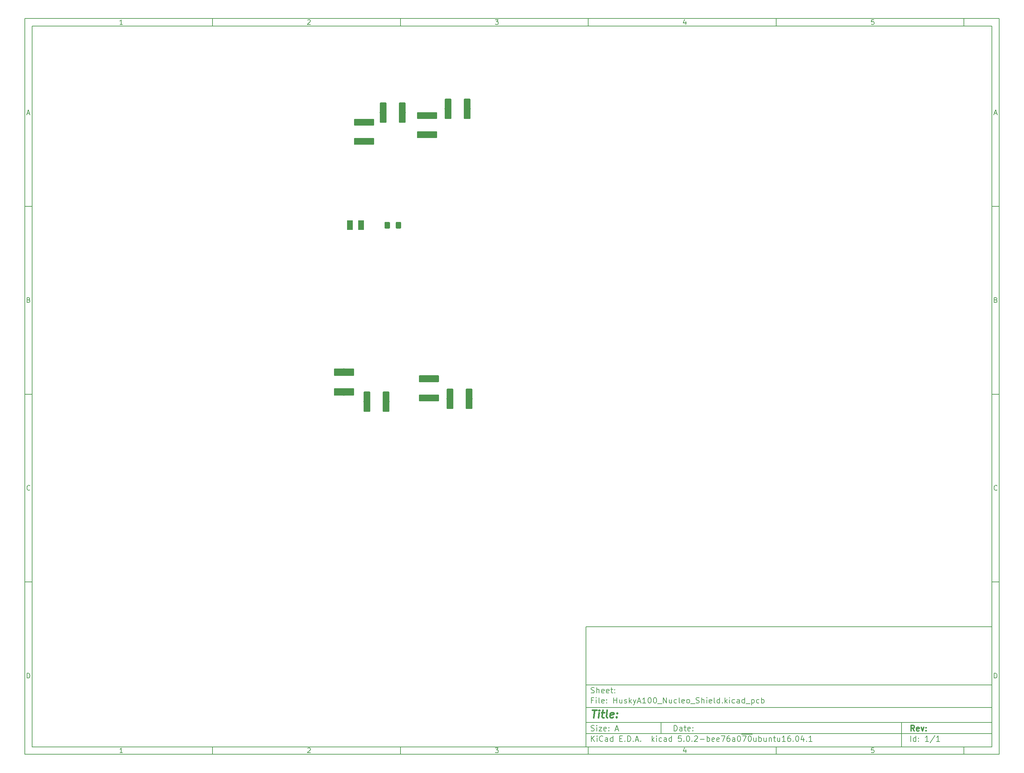
<source format=gbr>
G04 #@! TF.GenerationSoftware,KiCad,Pcbnew,5.0.2-bee76a0~70~ubuntu16.04.1*
G04 #@! TF.CreationDate,2019-02-15T18:52:28-05:00*
G04 #@! TF.ProjectId,HuskyA100_Nucleo_Shield,4875736b-7941-4313-9030-5f4e75636c65,rev?*
G04 #@! TF.SameCoordinates,Original*
G04 #@! TF.FileFunction,Paste,Top*
G04 #@! TF.FilePolarity,Positive*
%FSLAX46Y46*%
G04 Gerber Fmt 4.6, Leading zero omitted, Abs format (unit mm)*
G04 Created by KiCad (PCBNEW 5.0.2-bee76a0~70~ubuntu16.04.1) date Fri 15 Feb 2019 06:52:28 PM EST*
%MOMM*%
%LPD*%
G01*
G04 APERTURE LIST*
%ADD10C,0.100000*%
%ADD11C,0.150000*%
%ADD12C,0.300000*%
%ADD13C,0.400000*%
%ADD14C,1.800000*%
%ADD15R,1.500000X2.600000*%
%ADD16C,1.425000*%
%ADD17C,1.975000*%
G04 APERTURE END LIST*
D10*
D11*
X159400000Y-171900000D02*
X159400000Y-203900000D01*
X267400000Y-203900000D01*
X267400000Y-171900000D01*
X159400000Y-171900000D01*
D10*
D11*
X10000000Y-10000000D02*
X10000000Y-205900000D01*
X269400000Y-205900000D01*
X269400000Y-10000000D01*
X10000000Y-10000000D01*
D10*
D11*
X12000000Y-12000000D02*
X12000000Y-203900000D01*
X267400000Y-203900000D01*
X267400000Y-12000000D01*
X12000000Y-12000000D01*
D10*
D11*
X60000000Y-12000000D02*
X60000000Y-10000000D01*
D10*
D11*
X110000000Y-12000000D02*
X110000000Y-10000000D01*
D10*
D11*
X160000000Y-12000000D02*
X160000000Y-10000000D01*
D10*
D11*
X210000000Y-12000000D02*
X210000000Y-10000000D01*
D10*
D11*
X260000000Y-12000000D02*
X260000000Y-10000000D01*
D10*
D11*
X36065476Y-11588095D02*
X35322619Y-11588095D01*
X35694047Y-11588095D02*
X35694047Y-10288095D01*
X35570238Y-10473809D01*
X35446428Y-10597619D01*
X35322619Y-10659523D01*
D10*
D11*
X85322619Y-10411904D02*
X85384523Y-10350000D01*
X85508333Y-10288095D01*
X85817857Y-10288095D01*
X85941666Y-10350000D01*
X86003571Y-10411904D01*
X86065476Y-10535714D01*
X86065476Y-10659523D01*
X86003571Y-10845238D01*
X85260714Y-11588095D01*
X86065476Y-11588095D01*
D10*
D11*
X135260714Y-10288095D02*
X136065476Y-10288095D01*
X135632142Y-10783333D01*
X135817857Y-10783333D01*
X135941666Y-10845238D01*
X136003571Y-10907142D01*
X136065476Y-11030952D01*
X136065476Y-11340476D01*
X136003571Y-11464285D01*
X135941666Y-11526190D01*
X135817857Y-11588095D01*
X135446428Y-11588095D01*
X135322619Y-11526190D01*
X135260714Y-11464285D01*
D10*
D11*
X185941666Y-10721428D02*
X185941666Y-11588095D01*
X185632142Y-10226190D02*
X185322619Y-11154761D01*
X186127380Y-11154761D01*
D10*
D11*
X236003571Y-10288095D02*
X235384523Y-10288095D01*
X235322619Y-10907142D01*
X235384523Y-10845238D01*
X235508333Y-10783333D01*
X235817857Y-10783333D01*
X235941666Y-10845238D01*
X236003571Y-10907142D01*
X236065476Y-11030952D01*
X236065476Y-11340476D01*
X236003571Y-11464285D01*
X235941666Y-11526190D01*
X235817857Y-11588095D01*
X235508333Y-11588095D01*
X235384523Y-11526190D01*
X235322619Y-11464285D01*
D10*
D11*
X60000000Y-203900000D02*
X60000000Y-205900000D01*
D10*
D11*
X110000000Y-203900000D02*
X110000000Y-205900000D01*
D10*
D11*
X160000000Y-203900000D02*
X160000000Y-205900000D01*
D10*
D11*
X210000000Y-203900000D02*
X210000000Y-205900000D01*
D10*
D11*
X260000000Y-203900000D02*
X260000000Y-205900000D01*
D10*
D11*
X36065476Y-205488095D02*
X35322619Y-205488095D01*
X35694047Y-205488095D02*
X35694047Y-204188095D01*
X35570238Y-204373809D01*
X35446428Y-204497619D01*
X35322619Y-204559523D01*
D10*
D11*
X85322619Y-204311904D02*
X85384523Y-204250000D01*
X85508333Y-204188095D01*
X85817857Y-204188095D01*
X85941666Y-204250000D01*
X86003571Y-204311904D01*
X86065476Y-204435714D01*
X86065476Y-204559523D01*
X86003571Y-204745238D01*
X85260714Y-205488095D01*
X86065476Y-205488095D01*
D10*
D11*
X135260714Y-204188095D02*
X136065476Y-204188095D01*
X135632142Y-204683333D01*
X135817857Y-204683333D01*
X135941666Y-204745238D01*
X136003571Y-204807142D01*
X136065476Y-204930952D01*
X136065476Y-205240476D01*
X136003571Y-205364285D01*
X135941666Y-205426190D01*
X135817857Y-205488095D01*
X135446428Y-205488095D01*
X135322619Y-205426190D01*
X135260714Y-205364285D01*
D10*
D11*
X185941666Y-204621428D02*
X185941666Y-205488095D01*
X185632142Y-204126190D02*
X185322619Y-205054761D01*
X186127380Y-205054761D01*
D10*
D11*
X236003571Y-204188095D02*
X235384523Y-204188095D01*
X235322619Y-204807142D01*
X235384523Y-204745238D01*
X235508333Y-204683333D01*
X235817857Y-204683333D01*
X235941666Y-204745238D01*
X236003571Y-204807142D01*
X236065476Y-204930952D01*
X236065476Y-205240476D01*
X236003571Y-205364285D01*
X235941666Y-205426190D01*
X235817857Y-205488095D01*
X235508333Y-205488095D01*
X235384523Y-205426190D01*
X235322619Y-205364285D01*
D10*
D11*
X10000000Y-60000000D02*
X12000000Y-60000000D01*
D10*
D11*
X10000000Y-110000000D02*
X12000000Y-110000000D01*
D10*
D11*
X10000000Y-160000000D02*
X12000000Y-160000000D01*
D10*
D11*
X10690476Y-35216666D02*
X11309523Y-35216666D01*
X10566666Y-35588095D02*
X11000000Y-34288095D01*
X11433333Y-35588095D01*
D10*
D11*
X11092857Y-84907142D02*
X11278571Y-84969047D01*
X11340476Y-85030952D01*
X11402380Y-85154761D01*
X11402380Y-85340476D01*
X11340476Y-85464285D01*
X11278571Y-85526190D01*
X11154761Y-85588095D01*
X10659523Y-85588095D01*
X10659523Y-84288095D01*
X11092857Y-84288095D01*
X11216666Y-84350000D01*
X11278571Y-84411904D01*
X11340476Y-84535714D01*
X11340476Y-84659523D01*
X11278571Y-84783333D01*
X11216666Y-84845238D01*
X11092857Y-84907142D01*
X10659523Y-84907142D01*
D10*
D11*
X11402380Y-135464285D02*
X11340476Y-135526190D01*
X11154761Y-135588095D01*
X11030952Y-135588095D01*
X10845238Y-135526190D01*
X10721428Y-135402380D01*
X10659523Y-135278571D01*
X10597619Y-135030952D01*
X10597619Y-134845238D01*
X10659523Y-134597619D01*
X10721428Y-134473809D01*
X10845238Y-134350000D01*
X11030952Y-134288095D01*
X11154761Y-134288095D01*
X11340476Y-134350000D01*
X11402380Y-134411904D01*
D10*
D11*
X10659523Y-185588095D02*
X10659523Y-184288095D01*
X10969047Y-184288095D01*
X11154761Y-184350000D01*
X11278571Y-184473809D01*
X11340476Y-184597619D01*
X11402380Y-184845238D01*
X11402380Y-185030952D01*
X11340476Y-185278571D01*
X11278571Y-185402380D01*
X11154761Y-185526190D01*
X10969047Y-185588095D01*
X10659523Y-185588095D01*
D10*
D11*
X269400000Y-60000000D02*
X267400000Y-60000000D01*
D10*
D11*
X269400000Y-110000000D02*
X267400000Y-110000000D01*
D10*
D11*
X269400000Y-160000000D02*
X267400000Y-160000000D01*
D10*
D11*
X268090476Y-35216666D02*
X268709523Y-35216666D01*
X267966666Y-35588095D02*
X268400000Y-34288095D01*
X268833333Y-35588095D01*
D10*
D11*
X268492857Y-84907142D02*
X268678571Y-84969047D01*
X268740476Y-85030952D01*
X268802380Y-85154761D01*
X268802380Y-85340476D01*
X268740476Y-85464285D01*
X268678571Y-85526190D01*
X268554761Y-85588095D01*
X268059523Y-85588095D01*
X268059523Y-84288095D01*
X268492857Y-84288095D01*
X268616666Y-84350000D01*
X268678571Y-84411904D01*
X268740476Y-84535714D01*
X268740476Y-84659523D01*
X268678571Y-84783333D01*
X268616666Y-84845238D01*
X268492857Y-84907142D01*
X268059523Y-84907142D01*
D10*
D11*
X268802380Y-135464285D02*
X268740476Y-135526190D01*
X268554761Y-135588095D01*
X268430952Y-135588095D01*
X268245238Y-135526190D01*
X268121428Y-135402380D01*
X268059523Y-135278571D01*
X267997619Y-135030952D01*
X267997619Y-134845238D01*
X268059523Y-134597619D01*
X268121428Y-134473809D01*
X268245238Y-134350000D01*
X268430952Y-134288095D01*
X268554761Y-134288095D01*
X268740476Y-134350000D01*
X268802380Y-134411904D01*
D10*
D11*
X268059523Y-185588095D02*
X268059523Y-184288095D01*
X268369047Y-184288095D01*
X268554761Y-184350000D01*
X268678571Y-184473809D01*
X268740476Y-184597619D01*
X268802380Y-184845238D01*
X268802380Y-185030952D01*
X268740476Y-185278571D01*
X268678571Y-185402380D01*
X268554761Y-185526190D01*
X268369047Y-185588095D01*
X268059523Y-185588095D01*
D10*
D11*
X182832142Y-199678571D02*
X182832142Y-198178571D01*
X183189285Y-198178571D01*
X183403571Y-198250000D01*
X183546428Y-198392857D01*
X183617857Y-198535714D01*
X183689285Y-198821428D01*
X183689285Y-199035714D01*
X183617857Y-199321428D01*
X183546428Y-199464285D01*
X183403571Y-199607142D01*
X183189285Y-199678571D01*
X182832142Y-199678571D01*
X184975000Y-199678571D02*
X184975000Y-198892857D01*
X184903571Y-198750000D01*
X184760714Y-198678571D01*
X184475000Y-198678571D01*
X184332142Y-198750000D01*
X184975000Y-199607142D02*
X184832142Y-199678571D01*
X184475000Y-199678571D01*
X184332142Y-199607142D01*
X184260714Y-199464285D01*
X184260714Y-199321428D01*
X184332142Y-199178571D01*
X184475000Y-199107142D01*
X184832142Y-199107142D01*
X184975000Y-199035714D01*
X185475000Y-198678571D02*
X186046428Y-198678571D01*
X185689285Y-198178571D02*
X185689285Y-199464285D01*
X185760714Y-199607142D01*
X185903571Y-199678571D01*
X186046428Y-199678571D01*
X187117857Y-199607142D02*
X186975000Y-199678571D01*
X186689285Y-199678571D01*
X186546428Y-199607142D01*
X186475000Y-199464285D01*
X186475000Y-198892857D01*
X186546428Y-198750000D01*
X186689285Y-198678571D01*
X186975000Y-198678571D01*
X187117857Y-198750000D01*
X187189285Y-198892857D01*
X187189285Y-199035714D01*
X186475000Y-199178571D01*
X187832142Y-199535714D02*
X187903571Y-199607142D01*
X187832142Y-199678571D01*
X187760714Y-199607142D01*
X187832142Y-199535714D01*
X187832142Y-199678571D01*
X187832142Y-198750000D02*
X187903571Y-198821428D01*
X187832142Y-198892857D01*
X187760714Y-198821428D01*
X187832142Y-198750000D01*
X187832142Y-198892857D01*
D10*
D11*
X159400000Y-200400000D02*
X267400000Y-200400000D01*
D10*
D11*
X160832142Y-202478571D02*
X160832142Y-200978571D01*
X161689285Y-202478571D02*
X161046428Y-201621428D01*
X161689285Y-200978571D02*
X160832142Y-201835714D01*
X162332142Y-202478571D02*
X162332142Y-201478571D01*
X162332142Y-200978571D02*
X162260714Y-201050000D01*
X162332142Y-201121428D01*
X162403571Y-201050000D01*
X162332142Y-200978571D01*
X162332142Y-201121428D01*
X163903571Y-202335714D02*
X163832142Y-202407142D01*
X163617857Y-202478571D01*
X163475000Y-202478571D01*
X163260714Y-202407142D01*
X163117857Y-202264285D01*
X163046428Y-202121428D01*
X162975000Y-201835714D01*
X162975000Y-201621428D01*
X163046428Y-201335714D01*
X163117857Y-201192857D01*
X163260714Y-201050000D01*
X163475000Y-200978571D01*
X163617857Y-200978571D01*
X163832142Y-201050000D01*
X163903571Y-201121428D01*
X165189285Y-202478571D02*
X165189285Y-201692857D01*
X165117857Y-201550000D01*
X164975000Y-201478571D01*
X164689285Y-201478571D01*
X164546428Y-201550000D01*
X165189285Y-202407142D02*
X165046428Y-202478571D01*
X164689285Y-202478571D01*
X164546428Y-202407142D01*
X164475000Y-202264285D01*
X164475000Y-202121428D01*
X164546428Y-201978571D01*
X164689285Y-201907142D01*
X165046428Y-201907142D01*
X165189285Y-201835714D01*
X166546428Y-202478571D02*
X166546428Y-200978571D01*
X166546428Y-202407142D02*
X166403571Y-202478571D01*
X166117857Y-202478571D01*
X165975000Y-202407142D01*
X165903571Y-202335714D01*
X165832142Y-202192857D01*
X165832142Y-201764285D01*
X165903571Y-201621428D01*
X165975000Y-201550000D01*
X166117857Y-201478571D01*
X166403571Y-201478571D01*
X166546428Y-201550000D01*
X168403571Y-201692857D02*
X168903571Y-201692857D01*
X169117857Y-202478571D02*
X168403571Y-202478571D01*
X168403571Y-200978571D01*
X169117857Y-200978571D01*
X169760714Y-202335714D02*
X169832142Y-202407142D01*
X169760714Y-202478571D01*
X169689285Y-202407142D01*
X169760714Y-202335714D01*
X169760714Y-202478571D01*
X170475000Y-202478571D02*
X170475000Y-200978571D01*
X170832142Y-200978571D01*
X171046428Y-201050000D01*
X171189285Y-201192857D01*
X171260714Y-201335714D01*
X171332142Y-201621428D01*
X171332142Y-201835714D01*
X171260714Y-202121428D01*
X171189285Y-202264285D01*
X171046428Y-202407142D01*
X170832142Y-202478571D01*
X170475000Y-202478571D01*
X171975000Y-202335714D02*
X172046428Y-202407142D01*
X171975000Y-202478571D01*
X171903571Y-202407142D01*
X171975000Y-202335714D01*
X171975000Y-202478571D01*
X172617857Y-202050000D02*
X173332142Y-202050000D01*
X172475000Y-202478571D02*
X172975000Y-200978571D01*
X173475000Y-202478571D01*
X173975000Y-202335714D02*
X174046428Y-202407142D01*
X173975000Y-202478571D01*
X173903571Y-202407142D01*
X173975000Y-202335714D01*
X173975000Y-202478571D01*
X176975000Y-202478571D02*
X176975000Y-200978571D01*
X177117857Y-201907142D02*
X177546428Y-202478571D01*
X177546428Y-201478571D02*
X176975000Y-202050000D01*
X178189285Y-202478571D02*
X178189285Y-201478571D01*
X178189285Y-200978571D02*
X178117857Y-201050000D01*
X178189285Y-201121428D01*
X178260714Y-201050000D01*
X178189285Y-200978571D01*
X178189285Y-201121428D01*
X179546428Y-202407142D02*
X179403571Y-202478571D01*
X179117857Y-202478571D01*
X178975000Y-202407142D01*
X178903571Y-202335714D01*
X178832142Y-202192857D01*
X178832142Y-201764285D01*
X178903571Y-201621428D01*
X178975000Y-201550000D01*
X179117857Y-201478571D01*
X179403571Y-201478571D01*
X179546428Y-201550000D01*
X180832142Y-202478571D02*
X180832142Y-201692857D01*
X180760714Y-201550000D01*
X180617857Y-201478571D01*
X180332142Y-201478571D01*
X180189285Y-201550000D01*
X180832142Y-202407142D02*
X180689285Y-202478571D01*
X180332142Y-202478571D01*
X180189285Y-202407142D01*
X180117857Y-202264285D01*
X180117857Y-202121428D01*
X180189285Y-201978571D01*
X180332142Y-201907142D01*
X180689285Y-201907142D01*
X180832142Y-201835714D01*
X182189285Y-202478571D02*
X182189285Y-200978571D01*
X182189285Y-202407142D02*
X182046428Y-202478571D01*
X181760714Y-202478571D01*
X181617857Y-202407142D01*
X181546428Y-202335714D01*
X181475000Y-202192857D01*
X181475000Y-201764285D01*
X181546428Y-201621428D01*
X181617857Y-201550000D01*
X181760714Y-201478571D01*
X182046428Y-201478571D01*
X182189285Y-201550000D01*
X184760714Y-200978571D02*
X184046428Y-200978571D01*
X183975000Y-201692857D01*
X184046428Y-201621428D01*
X184189285Y-201550000D01*
X184546428Y-201550000D01*
X184689285Y-201621428D01*
X184760714Y-201692857D01*
X184832142Y-201835714D01*
X184832142Y-202192857D01*
X184760714Y-202335714D01*
X184689285Y-202407142D01*
X184546428Y-202478571D01*
X184189285Y-202478571D01*
X184046428Y-202407142D01*
X183975000Y-202335714D01*
X185475000Y-202335714D02*
X185546428Y-202407142D01*
X185475000Y-202478571D01*
X185403571Y-202407142D01*
X185475000Y-202335714D01*
X185475000Y-202478571D01*
X186475000Y-200978571D02*
X186617857Y-200978571D01*
X186760714Y-201050000D01*
X186832142Y-201121428D01*
X186903571Y-201264285D01*
X186975000Y-201550000D01*
X186975000Y-201907142D01*
X186903571Y-202192857D01*
X186832142Y-202335714D01*
X186760714Y-202407142D01*
X186617857Y-202478571D01*
X186475000Y-202478571D01*
X186332142Y-202407142D01*
X186260714Y-202335714D01*
X186189285Y-202192857D01*
X186117857Y-201907142D01*
X186117857Y-201550000D01*
X186189285Y-201264285D01*
X186260714Y-201121428D01*
X186332142Y-201050000D01*
X186475000Y-200978571D01*
X187617857Y-202335714D02*
X187689285Y-202407142D01*
X187617857Y-202478571D01*
X187546428Y-202407142D01*
X187617857Y-202335714D01*
X187617857Y-202478571D01*
X188260714Y-201121428D02*
X188332142Y-201050000D01*
X188475000Y-200978571D01*
X188832142Y-200978571D01*
X188975000Y-201050000D01*
X189046428Y-201121428D01*
X189117857Y-201264285D01*
X189117857Y-201407142D01*
X189046428Y-201621428D01*
X188189285Y-202478571D01*
X189117857Y-202478571D01*
X189760714Y-201907142D02*
X190903571Y-201907142D01*
X191617857Y-202478571D02*
X191617857Y-200978571D01*
X191617857Y-201550000D02*
X191760714Y-201478571D01*
X192046428Y-201478571D01*
X192189285Y-201550000D01*
X192260714Y-201621428D01*
X192332142Y-201764285D01*
X192332142Y-202192857D01*
X192260714Y-202335714D01*
X192189285Y-202407142D01*
X192046428Y-202478571D01*
X191760714Y-202478571D01*
X191617857Y-202407142D01*
X193546428Y-202407142D02*
X193403571Y-202478571D01*
X193117857Y-202478571D01*
X192975000Y-202407142D01*
X192903571Y-202264285D01*
X192903571Y-201692857D01*
X192975000Y-201550000D01*
X193117857Y-201478571D01*
X193403571Y-201478571D01*
X193546428Y-201550000D01*
X193617857Y-201692857D01*
X193617857Y-201835714D01*
X192903571Y-201978571D01*
X194832142Y-202407142D02*
X194689285Y-202478571D01*
X194403571Y-202478571D01*
X194260714Y-202407142D01*
X194189285Y-202264285D01*
X194189285Y-201692857D01*
X194260714Y-201550000D01*
X194403571Y-201478571D01*
X194689285Y-201478571D01*
X194832142Y-201550000D01*
X194903571Y-201692857D01*
X194903571Y-201835714D01*
X194189285Y-201978571D01*
X195403571Y-200978571D02*
X196403571Y-200978571D01*
X195760714Y-202478571D01*
X197617857Y-200978571D02*
X197332142Y-200978571D01*
X197189285Y-201050000D01*
X197117857Y-201121428D01*
X196975000Y-201335714D01*
X196903571Y-201621428D01*
X196903571Y-202192857D01*
X196975000Y-202335714D01*
X197046428Y-202407142D01*
X197189285Y-202478571D01*
X197475000Y-202478571D01*
X197617857Y-202407142D01*
X197689285Y-202335714D01*
X197760714Y-202192857D01*
X197760714Y-201835714D01*
X197689285Y-201692857D01*
X197617857Y-201621428D01*
X197475000Y-201550000D01*
X197189285Y-201550000D01*
X197046428Y-201621428D01*
X196975000Y-201692857D01*
X196903571Y-201835714D01*
X199046428Y-202478571D02*
X199046428Y-201692857D01*
X198975000Y-201550000D01*
X198832142Y-201478571D01*
X198546428Y-201478571D01*
X198403571Y-201550000D01*
X199046428Y-202407142D02*
X198903571Y-202478571D01*
X198546428Y-202478571D01*
X198403571Y-202407142D01*
X198332142Y-202264285D01*
X198332142Y-202121428D01*
X198403571Y-201978571D01*
X198546428Y-201907142D01*
X198903571Y-201907142D01*
X199046428Y-201835714D01*
X200046428Y-200978571D02*
X200189285Y-200978571D01*
X200332142Y-201050000D01*
X200403571Y-201121428D01*
X200475000Y-201264285D01*
X200546428Y-201550000D01*
X200546428Y-201907142D01*
X200475000Y-202192857D01*
X200403571Y-202335714D01*
X200332142Y-202407142D01*
X200189285Y-202478571D01*
X200046428Y-202478571D01*
X199903571Y-202407142D01*
X199832142Y-202335714D01*
X199760714Y-202192857D01*
X199689285Y-201907142D01*
X199689285Y-201550000D01*
X199760714Y-201264285D01*
X199832142Y-201121428D01*
X199903571Y-201050000D01*
X200046428Y-200978571D01*
X200832142Y-200570000D02*
X202260714Y-200570000D01*
X201046428Y-200978571D02*
X202046428Y-200978571D01*
X201403571Y-202478571D01*
X202260714Y-200570000D02*
X203689285Y-200570000D01*
X202903571Y-200978571D02*
X203046428Y-200978571D01*
X203189285Y-201050000D01*
X203260714Y-201121428D01*
X203332142Y-201264285D01*
X203403571Y-201550000D01*
X203403571Y-201907142D01*
X203332142Y-202192857D01*
X203260714Y-202335714D01*
X203189285Y-202407142D01*
X203046428Y-202478571D01*
X202903571Y-202478571D01*
X202760714Y-202407142D01*
X202689285Y-202335714D01*
X202617857Y-202192857D01*
X202546428Y-201907142D01*
X202546428Y-201550000D01*
X202617857Y-201264285D01*
X202689285Y-201121428D01*
X202760714Y-201050000D01*
X202903571Y-200978571D01*
X204689285Y-201478571D02*
X204689285Y-202478571D01*
X204046428Y-201478571D02*
X204046428Y-202264285D01*
X204117857Y-202407142D01*
X204260714Y-202478571D01*
X204475000Y-202478571D01*
X204617857Y-202407142D01*
X204689285Y-202335714D01*
X205403571Y-202478571D02*
X205403571Y-200978571D01*
X205403571Y-201550000D02*
X205546428Y-201478571D01*
X205832142Y-201478571D01*
X205975000Y-201550000D01*
X206046428Y-201621428D01*
X206117857Y-201764285D01*
X206117857Y-202192857D01*
X206046428Y-202335714D01*
X205975000Y-202407142D01*
X205832142Y-202478571D01*
X205546428Y-202478571D01*
X205403571Y-202407142D01*
X207403571Y-201478571D02*
X207403571Y-202478571D01*
X206760714Y-201478571D02*
X206760714Y-202264285D01*
X206832142Y-202407142D01*
X206975000Y-202478571D01*
X207189285Y-202478571D01*
X207332142Y-202407142D01*
X207403571Y-202335714D01*
X208117857Y-201478571D02*
X208117857Y-202478571D01*
X208117857Y-201621428D02*
X208189285Y-201550000D01*
X208332142Y-201478571D01*
X208546428Y-201478571D01*
X208689285Y-201550000D01*
X208760714Y-201692857D01*
X208760714Y-202478571D01*
X209260714Y-201478571D02*
X209832142Y-201478571D01*
X209475000Y-200978571D02*
X209475000Y-202264285D01*
X209546428Y-202407142D01*
X209689285Y-202478571D01*
X209832142Y-202478571D01*
X210975000Y-201478571D02*
X210975000Y-202478571D01*
X210332142Y-201478571D02*
X210332142Y-202264285D01*
X210403571Y-202407142D01*
X210546428Y-202478571D01*
X210760714Y-202478571D01*
X210903571Y-202407142D01*
X210975000Y-202335714D01*
X212475000Y-202478571D02*
X211617857Y-202478571D01*
X212046428Y-202478571D02*
X212046428Y-200978571D01*
X211903571Y-201192857D01*
X211760714Y-201335714D01*
X211617857Y-201407142D01*
X213760714Y-200978571D02*
X213475000Y-200978571D01*
X213332142Y-201050000D01*
X213260714Y-201121428D01*
X213117857Y-201335714D01*
X213046428Y-201621428D01*
X213046428Y-202192857D01*
X213117857Y-202335714D01*
X213189285Y-202407142D01*
X213332142Y-202478571D01*
X213617857Y-202478571D01*
X213760714Y-202407142D01*
X213832142Y-202335714D01*
X213903571Y-202192857D01*
X213903571Y-201835714D01*
X213832142Y-201692857D01*
X213760714Y-201621428D01*
X213617857Y-201550000D01*
X213332142Y-201550000D01*
X213189285Y-201621428D01*
X213117857Y-201692857D01*
X213046428Y-201835714D01*
X214546428Y-202335714D02*
X214617857Y-202407142D01*
X214546428Y-202478571D01*
X214475000Y-202407142D01*
X214546428Y-202335714D01*
X214546428Y-202478571D01*
X215546428Y-200978571D02*
X215689285Y-200978571D01*
X215832142Y-201050000D01*
X215903571Y-201121428D01*
X215975000Y-201264285D01*
X216046428Y-201550000D01*
X216046428Y-201907142D01*
X215975000Y-202192857D01*
X215903571Y-202335714D01*
X215832142Y-202407142D01*
X215689285Y-202478571D01*
X215546428Y-202478571D01*
X215403571Y-202407142D01*
X215332142Y-202335714D01*
X215260714Y-202192857D01*
X215189285Y-201907142D01*
X215189285Y-201550000D01*
X215260714Y-201264285D01*
X215332142Y-201121428D01*
X215403571Y-201050000D01*
X215546428Y-200978571D01*
X217332142Y-201478571D02*
X217332142Y-202478571D01*
X216975000Y-200907142D02*
X216617857Y-201978571D01*
X217546428Y-201978571D01*
X218117857Y-202335714D02*
X218189285Y-202407142D01*
X218117857Y-202478571D01*
X218046428Y-202407142D01*
X218117857Y-202335714D01*
X218117857Y-202478571D01*
X219617857Y-202478571D02*
X218760714Y-202478571D01*
X219189285Y-202478571D02*
X219189285Y-200978571D01*
X219046428Y-201192857D01*
X218903571Y-201335714D01*
X218760714Y-201407142D01*
D10*
D11*
X159400000Y-197400000D02*
X267400000Y-197400000D01*
D10*
D12*
X246809285Y-199678571D02*
X246309285Y-198964285D01*
X245952142Y-199678571D02*
X245952142Y-198178571D01*
X246523571Y-198178571D01*
X246666428Y-198250000D01*
X246737857Y-198321428D01*
X246809285Y-198464285D01*
X246809285Y-198678571D01*
X246737857Y-198821428D01*
X246666428Y-198892857D01*
X246523571Y-198964285D01*
X245952142Y-198964285D01*
X248023571Y-199607142D02*
X247880714Y-199678571D01*
X247595000Y-199678571D01*
X247452142Y-199607142D01*
X247380714Y-199464285D01*
X247380714Y-198892857D01*
X247452142Y-198750000D01*
X247595000Y-198678571D01*
X247880714Y-198678571D01*
X248023571Y-198750000D01*
X248095000Y-198892857D01*
X248095000Y-199035714D01*
X247380714Y-199178571D01*
X248595000Y-198678571D02*
X248952142Y-199678571D01*
X249309285Y-198678571D01*
X249880714Y-199535714D02*
X249952142Y-199607142D01*
X249880714Y-199678571D01*
X249809285Y-199607142D01*
X249880714Y-199535714D01*
X249880714Y-199678571D01*
X249880714Y-198750000D02*
X249952142Y-198821428D01*
X249880714Y-198892857D01*
X249809285Y-198821428D01*
X249880714Y-198750000D01*
X249880714Y-198892857D01*
D10*
D11*
X160760714Y-199607142D02*
X160975000Y-199678571D01*
X161332142Y-199678571D01*
X161475000Y-199607142D01*
X161546428Y-199535714D01*
X161617857Y-199392857D01*
X161617857Y-199250000D01*
X161546428Y-199107142D01*
X161475000Y-199035714D01*
X161332142Y-198964285D01*
X161046428Y-198892857D01*
X160903571Y-198821428D01*
X160832142Y-198750000D01*
X160760714Y-198607142D01*
X160760714Y-198464285D01*
X160832142Y-198321428D01*
X160903571Y-198250000D01*
X161046428Y-198178571D01*
X161403571Y-198178571D01*
X161617857Y-198250000D01*
X162260714Y-199678571D02*
X162260714Y-198678571D01*
X162260714Y-198178571D02*
X162189285Y-198250000D01*
X162260714Y-198321428D01*
X162332142Y-198250000D01*
X162260714Y-198178571D01*
X162260714Y-198321428D01*
X162832142Y-198678571D02*
X163617857Y-198678571D01*
X162832142Y-199678571D01*
X163617857Y-199678571D01*
X164760714Y-199607142D02*
X164617857Y-199678571D01*
X164332142Y-199678571D01*
X164189285Y-199607142D01*
X164117857Y-199464285D01*
X164117857Y-198892857D01*
X164189285Y-198750000D01*
X164332142Y-198678571D01*
X164617857Y-198678571D01*
X164760714Y-198750000D01*
X164832142Y-198892857D01*
X164832142Y-199035714D01*
X164117857Y-199178571D01*
X165475000Y-199535714D02*
X165546428Y-199607142D01*
X165475000Y-199678571D01*
X165403571Y-199607142D01*
X165475000Y-199535714D01*
X165475000Y-199678571D01*
X165475000Y-198750000D02*
X165546428Y-198821428D01*
X165475000Y-198892857D01*
X165403571Y-198821428D01*
X165475000Y-198750000D01*
X165475000Y-198892857D01*
X167260714Y-199250000D02*
X167975000Y-199250000D01*
X167117857Y-199678571D02*
X167617857Y-198178571D01*
X168117857Y-199678571D01*
D10*
D11*
X245832142Y-202478571D02*
X245832142Y-200978571D01*
X247189285Y-202478571D02*
X247189285Y-200978571D01*
X247189285Y-202407142D02*
X247046428Y-202478571D01*
X246760714Y-202478571D01*
X246617857Y-202407142D01*
X246546428Y-202335714D01*
X246475000Y-202192857D01*
X246475000Y-201764285D01*
X246546428Y-201621428D01*
X246617857Y-201550000D01*
X246760714Y-201478571D01*
X247046428Y-201478571D01*
X247189285Y-201550000D01*
X247903571Y-202335714D02*
X247975000Y-202407142D01*
X247903571Y-202478571D01*
X247832142Y-202407142D01*
X247903571Y-202335714D01*
X247903571Y-202478571D01*
X247903571Y-201550000D02*
X247975000Y-201621428D01*
X247903571Y-201692857D01*
X247832142Y-201621428D01*
X247903571Y-201550000D01*
X247903571Y-201692857D01*
X250546428Y-202478571D02*
X249689285Y-202478571D01*
X250117857Y-202478571D02*
X250117857Y-200978571D01*
X249975000Y-201192857D01*
X249832142Y-201335714D01*
X249689285Y-201407142D01*
X252260714Y-200907142D02*
X250975000Y-202835714D01*
X253546428Y-202478571D02*
X252689285Y-202478571D01*
X253117857Y-202478571D02*
X253117857Y-200978571D01*
X252975000Y-201192857D01*
X252832142Y-201335714D01*
X252689285Y-201407142D01*
D10*
D11*
X159400000Y-193400000D02*
X267400000Y-193400000D01*
D10*
D13*
X161112380Y-194104761D02*
X162255238Y-194104761D01*
X161433809Y-196104761D02*
X161683809Y-194104761D01*
X162671904Y-196104761D02*
X162838571Y-194771428D01*
X162921904Y-194104761D02*
X162814761Y-194200000D01*
X162898095Y-194295238D01*
X163005238Y-194200000D01*
X162921904Y-194104761D01*
X162898095Y-194295238D01*
X163505238Y-194771428D02*
X164267142Y-194771428D01*
X163874285Y-194104761D02*
X163660000Y-195819047D01*
X163731428Y-196009523D01*
X163910000Y-196104761D01*
X164100476Y-196104761D01*
X165052857Y-196104761D02*
X164874285Y-196009523D01*
X164802857Y-195819047D01*
X165017142Y-194104761D01*
X166588571Y-196009523D02*
X166386190Y-196104761D01*
X166005238Y-196104761D01*
X165826666Y-196009523D01*
X165755238Y-195819047D01*
X165850476Y-195057142D01*
X165969523Y-194866666D01*
X166171904Y-194771428D01*
X166552857Y-194771428D01*
X166731428Y-194866666D01*
X166802857Y-195057142D01*
X166779047Y-195247619D01*
X165802857Y-195438095D01*
X167552857Y-195914285D02*
X167636190Y-196009523D01*
X167529047Y-196104761D01*
X167445714Y-196009523D01*
X167552857Y-195914285D01*
X167529047Y-196104761D01*
X167683809Y-194866666D02*
X167767142Y-194961904D01*
X167660000Y-195057142D01*
X167576666Y-194961904D01*
X167683809Y-194866666D01*
X167660000Y-195057142D01*
D10*
D11*
X161332142Y-191492857D02*
X160832142Y-191492857D01*
X160832142Y-192278571D02*
X160832142Y-190778571D01*
X161546428Y-190778571D01*
X162117857Y-192278571D02*
X162117857Y-191278571D01*
X162117857Y-190778571D02*
X162046428Y-190850000D01*
X162117857Y-190921428D01*
X162189285Y-190850000D01*
X162117857Y-190778571D01*
X162117857Y-190921428D01*
X163046428Y-192278571D02*
X162903571Y-192207142D01*
X162832142Y-192064285D01*
X162832142Y-190778571D01*
X164189285Y-192207142D02*
X164046428Y-192278571D01*
X163760714Y-192278571D01*
X163617857Y-192207142D01*
X163546428Y-192064285D01*
X163546428Y-191492857D01*
X163617857Y-191350000D01*
X163760714Y-191278571D01*
X164046428Y-191278571D01*
X164189285Y-191350000D01*
X164260714Y-191492857D01*
X164260714Y-191635714D01*
X163546428Y-191778571D01*
X164903571Y-192135714D02*
X164975000Y-192207142D01*
X164903571Y-192278571D01*
X164832142Y-192207142D01*
X164903571Y-192135714D01*
X164903571Y-192278571D01*
X164903571Y-191350000D02*
X164975000Y-191421428D01*
X164903571Y-191492857D01*
X164832142Y-191421428D01*
X164903571Y-191350000D01*
X164903571Y-191492857D01*
X166760714Y-192278571D02*
X166760714Y-190778571D01*
X166760714Y-191492857D02*
X167617857Y-191492857D01*
X167617857Y-192278571D02*
X167617857Y-190778571D01*
X168975000Y-191278571D02*
X168975000Y-192278571D01*
X168332142Y-191278571D02*
X168332142Y-192064285D01*
X168403571Y-192207142D01*
X168546428Y-192278571D01*
X168760714Y-192278571D01*
X168903571Y-192207142D01*
X168975000Y-192135714D01*
X169617857Y-192207142D02*
X169760714Y-192278571D01*
X170046428Y-192278571D01*
X170189285Y-192207142D01*
X170260714Y-192064285D01*
X170260714Y-191992857D01*
X170189285Y-191850000D01*
X170046428Y-191778571D01*
X169832142Y-191778571D01*
X169689285Y-191707142D01*
X169617857Y-191564285D01*
X169617857Y-191492857D01*
X169689285Y-191350000D01*
X169832142Y-191278571D01*
X170046428Y-191278571D01*
X170189285Y-191350000D01*
X170903571Y-192278571D02*
X170903571Y-190778571D01*
X171046428Y-191707142D02*
X171475000Y-192278571D01*
X171475000Y-191278571D02*
X170903571Y-191850000D01*
X171975000Y-191278571D02*
X172332142Y-192278571D01*
X172689285Y-191278571D02*
X172332142Y-192278571D01*
X172189285Y-192635714D01*
X172117857Y-192707142D01*
X171975000Y-192778571D01*
X173189285Y-191850000D02*
X173903571Y-191850000D01*
X173046428Y-192278571D02*
X173546428Y-190778571D01*
X174046428Y-192278571D01*
X175332142Y-192278571D02*
X174475000Y-192278571D01*
X174903571Y-192278571D02*
X174903571Y-190778571D01*
X174760714Y-190992857D01*
X174617857Y-191135714D01*
X174475000Y-191207142D01*
X176260714Y-190778571D02*
X176403571Y-190778571D01*
X176546428Y-190850000D01*
X176617857Y-190921428D01*
X176689285Y-191064285D01*
X176760714Y-191350000D01*
X176760714Y-191707142D01*
X176689285Y-191992857D01*
X176617857Y-192135714D01*
X176546428Y-192207142D01*
X176403571Y-192278571D01*
X176260714Y-192278571D01*
X176117857Y-192207142D01*
X176046428Y-192135714D01*
X175975000Y-191992857D01*
X175903571Y-191707142D01*
X175903571Y-191350000D01*
X175975000Y-191064285D01*
X176046428Y-190921428D01*
X176117857Y-190850000D01*
X176260714Y-190778571D01*
X177689285Y-190778571D02*
X177832142Y-190778571D01*
X177975000Y-190850000D01*
X178046428Y-190921428D01*
X178117857Y-191064285D01*
X178189285Y-191350000D01*
X178189285Y-191707142D01*
X178117857Y-191992857D01*
X178046428Y-192135714D01*
X177975000Y-192207142D01*
X177832142Y-192278571D01*
X177689285Y-192278571D01*
X177546428Y-192207142D01*
X177475000Y-192135714D01*
X177403571Y-191992857D01*
X177332142Y-191707142D01*
X177332142Y-191350000D01*
X177403571Y-191064285D01*
X177475000Y-190921428D01*
X177546428Y-190850000D01*
X177689285Y-190778571D01*
X178475000Y-192421428D02*
X179617857Y-192421428D01*
X179975000Y-192278571D02*
X179975000Y-190778571D01*
X180832142Y-192278571D01*
X180832142Y-190778571D01*
X182189285Y-191278571D02*
X182189285Y-192278571D01*
X181546428Y-191278571D02*
X181546428Y-192064285D01*
X181617857Y-192207142D01*
X181760714Y-192278571D01*
X181975000Y-192278571D01*
X182117857Y-192207142D01*
X182189285Y-192135714D01*
X183546428Y-192207142D02*
X183403571Y-192278571D01*
X183117857Y-192278571D01*
X182975000Y-192207142D01*
X182903571Y-192135714D01*
X182832142Y-191992857D01*
X182832142Y-191564285D01*
X182903571Y-191421428D01*
X182975000Y-191350000D01*
X183117857Y-191278571D01*
X183403571Y-191278571D01*
X183546428Y-191350000D01*
X184403571Y-192278571D02*
X184260714Y-192207142D01*
X184189285Y-192064285D01*
X184189285Y-190778571D01*
X185546428Y-192207142D02*
X185403571Y-192278571D01*
X185117857Y-192278571D01*
X184975000Y-192207142D01*
X184903571Y-192064285D01*
X184903571Y-191492857D01*
X184975000Y-191350000D01*
X185117857Y-191278571D01*
X185403571Y-191278571D01*
X185546428Y-191350000D01*
X185617857Y-191492857D01*
X185617857Y-191635714D01*
X184903571Y-191778571D01*
X186475000Y-192278571D02*
X186332142Y-192207142D01*
X186260714Y-192135714D01*
X186189285Y-191992857D01*
X186189285Y-191564285D01*
X186260714Y-191421428D01*
X186332142Y-191350000D01*
X186475000Y-191278571D01*
X186689285Y-191278571D01*
X186832142Y-191350000D01*
X186903571Y-191421428D01*
X186975000Y-191564285D01*
X186975000Y-191992857D01*
X186903571Y-192135714D01*
X186832142Y-192207142D01*
X186689285Y-192278571D01*
X186475000Y-192278571D01*
X187260714Y-192421428D02*
X188403571Y-192421428D01*
X188689285Y-192207142D02*
X188903571Y-192278571D01*
X189260714Y-192278571D01*
X189403571Y-192207142D01*
X189475000Y-192135714D01*
X189546428Y-191992857D01*
X189546428Y-191850000D01*
X189475000Y-191707142D01*
X189403571Y-191635714D01*
X189260714Y-191564285D01*
X188975000Y-191492857D01*
X188832142Y-191421428D01*
X188760714Y-191350000D01*
X188689285Y-191207142D01*
X188689285Y-191064285D01*
X188760714Y-190921428D01*
X188832142Y-190850000D01*
X188975000Y-190778571D01*
X189332142Y-190778571D01*
X189546428Y-190850000D01*
X190189285Y-192278571D02*
X190189285Y-190778571D01*
X190832142Y-192278571D02*
X190832142Y-191492857D01*
X190760714Y-191350000D01*
X190617857Y-191278571D01*
X190403571Y-191278571D01*
X190260714Y-191350000D01*
X190189285Y-191421428D01*
X191546428Y-192278571D02*
X191546428Y-191278571D01*
X191546428Y-190778571D02*
X191475000Y-190850000D01*
X191546428Y-190921428D01*
X191617857Y-190850000D01*
X191546428Y-190778571D01*
X191546428Y-190921428D01*
X192832142Y-192207142D02*
X192689285Y-192278571D01*
X192403571Y-192278571D01*
X192260714Y-192207142D01*
X192189285Y-192064285D01*
X192189285Y-191492857D01*
X192260714Y-191350000D01*
X192403571Y-191278571D01*
X192689285Y-191278571D01*
X192832142Y-191350000D01*
X192903571Y-191492857D01*
X192903571Y-191635714D01*
X192189285Y-191778571D01*
X193760714Y-192278571D02*
X193617857Y-192207142D01*
X193546428Y-192064285D01*
X193546428Y-190778571D01*
X194975000Y-192278571D02*
X194975000Y-190778571D01*
X194975000Y-192207142D02*
X194832142Y-192278571D01*
X194546428Y-192278571D01*
X194403571Y-192207142D01*
X194332142Y-192135714D01*
X194260714Y-191992857D01*
X194260714Y-191564285D01*
X194332142Y-191421428D01*
X194403571Y-191350000D01*
X194546428Y-191278571D01*
X194832142Y-191278571D01*
X194975000Y-191350000D01*
X195689285Y-192135714D02*
X195760714Y-192207142D01*
X195689285Y-192278571D01*
X195617857Y-192207142D01*
X195689285Y-192135714D01*
X195689285Y-192278571D01*
X196403571Y-192278571D02*
X196403571Y-190778571D01*
X196546428Y-191707142D02*
X196975000Y-192278571D01*
X196975000Y-191278571D02*
X196403571Y-191850000D01*
X197617857Y-192278571D02*
X197617857Y-191278571D01*
X197617857Y-190778571D02*
X197546428Y-190850000D01*
X197617857Y-190921428D01*
X197689285Y-190850000D01*
X197617857Y-190778571D01*
X197617857Y-190921428D01*
X198975000Y-192207142D02*
X198832142Y-192278571D01*
X198546428Y-192278571D01*
X198403571Y-192207142D01*
X198332142Y-192135714D01*
X198260714Y-191992857D01*
X198260714Y-191564285D01*
X198332142Y-191421428D01*
X198403571Y-191350000D01*
X198546428Y-191278571D01*
X198832142Y-191278571D01*
X198975000Y-191350000D01*
X200260714Y-192278571D02*
X200260714Y-191492857D01*
X200189285Y-191350000D01*
X200046428Y-191278571D01*
X199760714Y-191278571D01*
X199617857Y-191350000D01*
X200260714Y-192207142D02*
X200117857Y-192278571D01*
X199760714Y-192278571D01*
X199617857Y-192207142D01*
X199546428Y-192064285D01*
X199546428Y-191921428D01*
X199617857Y-191778571D01*
X199760714Y-191707142D01*
X200117857Y-191707142D01*
X200260714Y-191635714D01*
X201617857Y-192278571D02*
X201617857Y-190778571D01*
X201617857Y-192207142D02*
X201475000Y-192278571D01*
X201189285Y-192278571D01*
X201046428Y-192207142D01*
X200975000Y-192135714D01*
X200903571Y-191992857D01*
X200903571Y-191564285D01*
X200975000Y-191421428D01*
X201046428Y-191350000D01*
X201189285Y-191278571D01*
X201475000Y-191278571D01*
X201617857Y-191350000D01*
X201975000Y-192421428D02*
X203117857Y-192421428D01*
X203475000Y-191278571D02*
X203475000Y-192778571D01*
X203475000Y-191350000D02*
X203617857Y-191278571D01*
X203903571Y-191278571D01*
X204046428Y-191350000D01*
X204117857Y-191421428D01*
X204189285Y-191564285D01*
X204189285Y-191992857D01*
X204117857Y-192135714D01*
X204046428Y-192207142D01*
X203903571Y-192278571D01*
X203617857Y-192278571D01*
X203475000Y-192207142D01*
X205475000Y-192207142D02*
X205332142Y-192278571D01*
X205046428Y-192278571D01*
X204903571Y-192207142D01*
X204832142Y-192135714D01*
X204760714Y-191992857D01*
X204760714Y-191564285D01*
X204832142Y-191421428D01*
X204903571Y-191350000D01*
X205046428Y-191278571D01*
X205332142Y-191278571D01*
X205475000Y-191350000D01*
X206117857Y-192278571D02*
X206117857Y-190778571D01*
X206117857Y-191350000D02*
X206260714Y-191278571D01*
X206546428Y-191278571D01*
X206689285Y-191350000D01*
X206760714Y-191421428D01*
X206832142Y-191564285D01*
X206832142Y-191992857D01*
X206760714Y-192135714D01*
X206689285Y-192207142D01*
X206546428Y-192278571D01*
X206260714Y-192278571D01*
X206117857Y-192207142D01*
D10*
D11*
X159400000Y-187400000D02*
X267400000Y-187400000D01*
D10*
D11*
X160760714Y-189507142D02*
X160975000Y-189578571D01*
X161332142Y-189578571D01*
X161475000Y-189507142D01*
X161546428Y-189435714D01*
X161617857Y-189292857D01*
X161617857Y-189150000D01*
X161546428Y-189007142D01*
X161475000Y-188935714D01*
X161332142Y-188864285D01*
X161046428Y-188792857D01*
X160903571Y-188721428D01*
X160832142Y-188650000D01*
X160760714Y-188507142D01*
X160760714Y-188364285D01*
X160832142Y-188221428D01*
X160903571Y-188150000D01*
X161046428Y-188078571D01*
X161403571Y-188078571D01*
X161617857Y-188150000D01*
X162260714Y-189578571D02*
X162260714Y-188078571D01*
X162903571Y-189578571D02*
X162903571Y-188792857D01*
X162832142Y-188650000D01*
X162689285Y-188578571D01*
X162475000Y-188578571D01*
X162332142Y-188650000D01*
X162260714Y-188721428D01*
X164189285Y-189507142D02*
X164046428Y-189578571D01*
X163760714Y-189578571D01*
X163617857Y-189507142D01*
X163546428Y-189364285D01*
X163546428Y-188792857D01*
X163617857Y-188650000D01*
X163760714Y-188578571D01*
X164046428Y-188578571D01*
X164189285Y-188650000D01*
X164260714Y-188792857D01*
X164260714Y-188935714D01*
X163546428Y-189078571D01*
X165475000Y-189507142D02*
X165332142Y-189578571D01*
X165046428Y-189578571D01*
X164903571Y-189507142D01*
X164832142Y-189364285D01*
X164832142Y-188792857D01*
X164903571Y-188650000D01*
X165046428Y-188578571D01*
X165332142Y-188578571D01*
X165475000Y-188650000D01*
X165546428Y-188792857D01*
X165546428Y-188935714D01*
X164832142Y-189078571D01*
X165975000Y-188578571D02*
X166546428Y-188578571D01*
X166189285Y-188078571D02*
X166189285Y-189364285D01*
X166260714Y-189507142D01*
X166403571Y-189578571D01*
X166546428Y-189578571D01*
X167046428Y-189435714D02*
X167117857Y-189507142D01*
X167046428Y-189578571D01*
X166975000Y-189507142D01*
X167046428Y-189435714D01*
X167046428Y-189578571D01*
X167046428Y-188650000D02*
X167117857Y-188721428D01*
X167046428Y-188792857D01*
X166975000Y-188721428D01*
X167046428Y-188650000D01*
X167046428Y-188792857D01*
D10*
D11*
X179400000Y-197400000D02*
X179400000Y-200400000D01*
D10*
D11*
X243400000Y-197400000D02*
X243400000Y-203900000D01*
D10*
G04 #@! TO.C,C1*
G36*
X106084324Y-32353205D02*
X106108612Y-32356808D01*
X106132429Y-32362774D01*
X106155547Y-32371045D01*
X106177743Y-32381543D01*
X106198804Y-32394166D01*
X106218525Y-32408793D01*
X106236718Y-32425282D01*
X106253207Y-32443475D01*
X106267834Y-32463196D01*
X106280457Y-32484257D01*
X106290955Y-32506453D01*
X106299226Y-32529571D01*
X106305192Y-32553388D01*
X106308795Y-32577676D01*
X106310000Y-32602200D01*
X106310000Y-37501800D01*
X106308795Y-37526324D01*
X106305192Y-37550612D01*
X106299226Y-37574429D01*
X106290955Y-37597547D01*
X106280457Y-37619743D01*
X106267834Y-37640804D01*
X106253207Y-37660525D01*
X106236718Y-37678718D01*
X106218525Y-37695207D01*
X106198804Y-37709834D01*
X106177743Y-37722457D01*
X106155547Y-37732955D01*
X106132429Y-37741226D01*
X106108612Y-37747192D01*
X106084324Y-37750795D01*
X106059800Y-37752000D01*
X104760200Y-37752000D01*
X104735676Y-37750795D01*
X104711388Y-37747192D01*
X104687571Y-37741226D01*
X104664453Y-37732955D01*
X104642257Y-37722457D01*
X104621196Y-37709834D01*
X104601475Y-37695207D01*
X104583282Y-37678718D01*
X104566793Y-37660525D01*
X104552166Y-37640804D01*
X104539543Y-37619743D01*
X104529045Y-37597547D01*
X104520774Y-37574429D01*
X104514808Y-37550612D01*
X104511205Y-37526324D01*
X104510000Y-37501800D01*
X104510000Y-32602200D01*
X104511205Y-32577676D01*
X104514808Y-32553388D01*
X104520774Y-32529571D01*
X104529045Y-32506453D01*
X104539543Y-32484257D01*
X104552166Y-32463196D01*
X104566793Y-32443475D01*
X104583282Y-32425282D01*
X104601475Y-32408793D01*
X104621196Y-32394166D01*
X104642257Y-32381543D01*
X104664453Y-32371045D01*
X104687571Y-32362774D01*
X104711388Y-32356808D01*
X104735676Y-32353205D01*
X104760200Y-32352000D01*
X106059800Y-32352000D01*
X106084324Y-32353205D01*
X106084324Y-32353205D01*
G37*
D14*
X105410000Y-35052000D03*
D10*
G36*
X111184324Y-32353205D02*
X111208612Y-32356808D01*
X111232429Y-32362774D01*
X111255547Y-32371045D01*
X111277743Y-32381543D01*
X111298804Y-32394166D01*
X111318525Y-32408793D01*
X111336718Y-32425282D01*
X111353207Y-32443475D01*
X111367834Y-32463196D01*
X111380457Y-32484257D01*
X111390955Y-32506453D01*
X111399226Y-32529571D01*
X111405192Y-32553388D01*
X111408795Y-32577676D01*
X111410000Y-32602200D01*
X111410000Y-37501800D01*
X111408795Y-37526324D01*
X111405192Y-37550612D01*
X111399226Y-37574429D01*
X111390955Y-37597547D01*
X111380457Y-37619743D01*
X111367834Y-37640804D01*
X111353207Y-37660525D01*
X111336718Y-37678718D01*
X111318525Y-37695207D01*
X111298804Y-37709834D01*
X111277743Y-37722457D01*
X111255547Y-37732955D01*
X111232429Y-37741226D01*
X111208612Y-37747192D01*
X111184324Y-37750795D01*
X111159800Y-37752000D01*
X109860200Y-37752000D01*
X109835676Y-37750795D01*
X109811388Y-37747192D01*
X109787571Y-37741226D01*
X109764453Y-37732955D01*
X109742257Y-37722457D01*
X109721196Y-37709834D01*
X109701475Y-37695207D01*
X109683282Y-37678718D01*
X109666793Y-37660525D01*
X109652166Y-37640804D01*
X109639543Y-37619743D01*
X109629045Y-37597547D01*
X109620774Y-37574429D01*
X109614808Y-37550612D01*
X109611205Y-37526324D01*
X109610000Y-37501800D01*
X109610000Y-32602200D01*
X109611205Y-32577676D01*
X109614808Y-32553388D01*
X109620774Y-32529571D01*
X109629045Y-32506453D01*
X109639543Y-32484257D01*
X109652166Y-32463196D01*
X109666793Y-32443475D01*
X109683282Y-32425282D01*
X109701475Y-32408793D01*
X109721196Y-32394166D01*
X109742257Y-32381543D01*
X109764453Y-32371045D01*
X109787571Y-32362774D01*
X109811388Y-32356808D01*
X109835676Y-32353205D01*
X109860200Y-32352000D01*
X111159800Y-32352000D01*
X111184324Y-32353205D01*
X111184324Y-32353205D01*
G37*
D14*
X110510000Y-35052000D03*
G04 #@! TD*
D10*
G04 #@! TO.C,C3*
G36*
X119568504Y-34915204D02*
X119592773Y-34918804D01*
X119616571Y-34924765D01*
X119639671Y-34933030D01*
X119661849Y-34943520D01*
X119682893Y-34956133D01*
X119702598Y-34970747D01*
X119720777Y-34987223D01*
X119737253Y-35005402D01*
X119751867Y-35025107D01*
X119764480Y-35046151D01*
X119774970Y-35068329D01*
X119783235Y-35091429D01*
X119789196Y-35115227D01*
X119792796Y-35139496D01*
X119794000Y-35164000D01*
X119794000Y-36464000D01*
X119792796Y-36488504D01*
X119789196Y-36512773D01*
X119783235Y-36536571D01*
X119774970Y-36559671D01*
X119764480Y-36581849D01*
X119751867Y-36602893D01*
X119737253Y-36622598D01*
X119720777Y-36640777D01*
X119702598Y-36657253D01*
X119682893Y-36671867D01*
X119661849Y-36684480D01*
X119639671Y-36694970D01*
X119616571Y-36703235D01*
X119592773Y-36709196D01*
X119568504Y-36712796D01*
X119544000Y-36714000D01*
X114644000Y-36714000D01*
X114619496Y-36712796D01*
X114595227Y-36709196D01*
X114571429Y-36703235D01*
X114548329Y-36694970D01*
X114526151Y-36684480D01*
X114505107Y-36671867D01*
X114485402Y-36657253D01*
X114467223Y-36640777D01*
X114450747Y-36622598D01*
X114436133Y-36602893D01*
X114423520Y-36581849D01*
X114413030Y-36559671D01*
X114404765Y-36536571D01*
X114398804Y-36512773D01*
X114395204Y-36488504D01*
X114394000Y-36464000D01*
X114394000Y-35164000D01*
X114395204Y-35139496D01*
X114398804Y-35115227D01*
X114404765Y-35091429D01*
X114413030Y-35068329D01*
X114423520Y-35046151D01*
X114436133Y-35025107D01*
X114450747Y-35005402D01*
X114467223Y-34987223D01*
X114485402Y-34970747D01*
X114505107Y-34956133D01*
X114526151Y-34943520D01*
X114548329Y-34933030D01*
X114571429Y-34924765D01*
X114595227Y-34918804D01*
X114619496Y-34915204D01*
X114644000Y-34914000D01*
X119544000Y-34914000D01*
X119568504Y-34915204D01*
X119568504Y-34915204D01*
G37*
D14*
X117094000Y-35814000D03*
D10*
G36*
X119568504Y-40015204D02*
X119592773Y-40018804D01*
X119616571Y-40024765D01*
X119639671Y-40033030D01*
X119661849Y-40043520D01*
X119682893Y-40056133D01*
X119702598Y-40070747D01*
X119720777Y-40087223D01*
X119737253Y-40105402D01*
X119751867Y-40125107D01*
X119764480Y-40146151D01*
X119774970Y-40168329D01*
X119783235Y-40191429D01*
X119789196Y-40215227D01*
X119792796Y-40239496D01*
X119794000Y-40264000D01*
X119794000Y-41564000D01*
X119792796Y-41588504D01*
X119789196Y-41612773D01*
X119783235Y-41636571D01*
X119774970Y-41659671D01*
X119764480Y-41681849D01*
X119751867Y-41702893D01*
X119737253Y-41722598D01*
X119720777Y-41740777D01*
X119702598Y-41757253D01*
X119682893Y-41771867D01*
X119661849Y-41784480D01*
X119639671Y-41794970D01*
X119616571Y-41803235D01*
X119592773Y-41809196D01*
X119568504Y-41812796D01*
X119544000Y-41814000D01*
X114644000Y-41814000D01*
X114619496Y-41812796D01*
X114595227Y-41809196D01*
X114571429Y-41803235D01*
X114548329Y-41794970D01*
X114526151Y-41784480D01*
X114505107Y-41771867D01*
X114485402Y-41757253D01*
X114467223Y-41740777D01*
X114450747Y-41722598D01*
X114436133Y-41702893D01*
X114423520Y-41681849D01*
X114413030Y-41659671D01*
X114404765Y-41636571D01*
X114398804Y-41612773D01*
X114395204Y-41588504D01*
X114394000Y-41564000D01*
X114394000Y-40264000D01*
X114395204Y-40239496D01*
X114398804Y-40215227D01*
X114404765Y-40191429D01*
X114413030Y-40168329D01*
X114423520Y-40146151D01*
X114436133Y-40125107D01*
X114450747Y-40105402D01*
X114467223Y-40087223D01*
X114485402Y-40070747D01*
X114505107Y-40056133D01*
X114526151Y-40043520D01*
X114548329Y-40033030D01*
X114571429Y-40024765D01*
X114595227Y-40018804D01*
X114619496Y-40015204D01*
X114644000Y-40014000D01*
X119544000Y-40014000D01*
X119568504Y-40015204D01*
X119568504Y-40015204D01*
G37*
D14*
X117094000Y-40914000D03*
G04 #@! TD*
D10*
G04 #@! TO.C,C4*
G36*
X128964324Y-108553205D02*
X128988612Y-108556808D01*
X129012429Y-108562774D01*
X129035547Y-108571045D01*
X129057743Y-108581543D01*
X129078804Y-108594166D01*
X129098525Y-108608793D01*
X129116718Y-108625282D01*
X129133207Y-108643475D01*
X129147834Y-108663196D01*
X129160457Y-108684257D01*
X129170955Y-108706453D01*
X129179226Y-108729571D01*
X129185192Y-108753388D01*
X129188795Y-108777676D01*
X129190000Y-108802200D01*
X129190000Y-113701800D01*
X129188795Y-113726324D01*
X129185192Y-113750612D01*
X129179226Y-113774429D01*
X129170955Y-113797547D01*
X129160457Y-113819743D01*
X129147834Y-113840804D01*
X129133207Y-113860525D01*
X129116718Y-113878718D01*
X129098525Y-113895207D01*
X129078804Y-113909834D01*
X129057743Y-113922457D01*
X129035547Y-113932955D01*
X129012429Y-113941226D01*
X128988612Y-113947192D01*
X128964324Y-113950795D01*
X128939800Y-113952000D01*
X127640200Y-113952000D01*
X127615676Y-113950795D01*
X127591388Y-113947192D01*
X127567571Y-113941226D01*
X127544453Y-113932955D01*
X127522257Y-113922457D01*
X127501196Y-113909834D01*
X127481475Y-113895207D01*
X127463282Y-113878718D01*
X127446793Y-113860525D01*
X127432166Y-113840804D01*
X127419543Y-113819743D01*
X127409045Y-113797547D01*
X127400774Y-113774429D01*
X127394808Y-113750612D01*
X127391205Y-113726324D01*
X127390000Y-113701800D01*
X127390000Y-108802200D01*
X127391205Y-108777676D01*
X127394808Y-108753388D01*
X127400774Y-108729571D01*
X127409045Y-108706453D01*
X127419543Y-108684257D01*
X127432166Y-108663196D01*
X127446793Y-108643475D01*
X127463282Y-108625282D01*
X127481475Y-108608793D01*
X127501196Y-108594166D01*
X127522257Y-108581543D01*
X127544453Y-108571045D01*
X127567571Y-108562774D01*
X127591388Y-108556808D01*
X127615676Y-108553205D01*
X127640200Y-108552000D01*
X128939800Y-108552000D01*
X128964324Y-108553205D01*
X128964324Y-108553205D01*
G37*
D14*
X128290000Y-111252000D03*
D10*
G36*
X123864324Y-108553205D02*
X123888612Y-108556808D01*
X123912429Y-108562774D01*
X123935547Y-108571045D01*
X123957743Y-108581543D01*
X123978804Y-108594166D01*
X123998525Y-108608793D01*
X124016718Y-108625282D01*
X124033207Y-108643475D01*
X124047834Y-108663196D01*
X124060457Y-108684257D01*
X124070955Y-108706453D01*
X124079226Y-108729571D01*
X124085192Y-108753388D01*
X124088795Y-108777676D01*
X124090000Y-108802200D01*
X124090000Y-113701800D01*
X124088795Y-113726324D01*
X124085192Y-113750612D01*
X124079226Y-113774429D01*
X124070955Y-113797547D01*
X124060457Y-113819743D01*
X124047834Y-113840804D01*
X124033207Y-113860525D01*
X124016718Y-113878718D01*
X123998525Y-113895207D01*
X123978804Y-113909834D01*
X123957743Y-113922457D01*
X123935547Y-113932955D01*
X123912429Y-113941226D01*
X123888612Y-113947192D01*
X123864324Y-113950795D01*
X123839800Y-113952000D01*
X122540200Y-113952000D01*
X122515676Y-113950795D01*
X122491388Y-113947192D01*
X122467571Y-113941226D01*
X122444453Y-113932955D01*
X122422257Y-113922457D01*
X122401196Y-113909834D01*
X122381475Y-113895207D01*
X122363282Y-113878718D01*
X122346793Y-113860525D01*
X122332166Y-113840804D01*
X122319543Y-113819743D01*
X122309045Y-113797547D01*
X122300774Y-113774429D01*
X122294808Y-113750612D01*
X122291205Y-113726324D01*
X122290000Y-113701800D01*
X122290000Y-108802200D01*
X122291205Y-108777676D01*
X122294808Y-108753388D01*
X122300774Y-108729571D01*
X122309045Y-108706453D01*
X122319543Y-108684257D01*
X122332166Y-108663196D01*
X122346793Y-108643475D01*
X122363282Y-108625282D01*
X122381475Y-108608793D01*
X122401196Y-108594166D01*
X122422257Y-108581543D01*
X122444453Y-108571045D01*
X122467571Y-108562774D01*
X122491388Y-108556808D01*
X122515676Y-108553205D01*
X122540200Y-108552000D01*
X123839800Y-108552000D01*
X123864324Y-108553205D01*
X123864324Y-108553205D01*
G37*
D14*
X123190000Y-111252000D03*
G04 #@! TD*
D10*
G04 #@! TO.C,C5*
G36*
X101766324Y-109315205D02*
X101790612Y-109318808D01*
X101814429Y-109324774D01*
X101837547Y-109333045D01*
X101859743Y-109343543D01*
X101880804Y-109356166D01*
X101900525Y-109370793D01*
X101918718Y-109387282D01*
X101935207Y-109405475D01*
X101949834Y-109425196D01*
X101962457Y-109446257D01*
X101972955Y-109468453D01*
X101981226Y-109491571D01*
X101987192Y-109515388D01*
X101990795Y-109539676D01*
X101992000Y-109564200D01*
X101992000Y-114463800D01*
X101990795Y-114488324D01*
X101987192Y-114512612D01*
X101981226Y-114536429D01*
X101972955Y-114559547D01*
X101962457Y-114581743D01*
X101949834Y-114602804D01*
X101935207Y-114622525D01*
X101918718Y-114640718D01*
X101900525Y-114657207D01*
X101880804Y-114671834D01*
X101859743Y-114684457D01*
X101837547Y-114694955D01*
X101814429Y-114703226D01*
X101790612Y-114709192D01*
X101766324Y-114712795D01*
X101741800Y-114714000D01*
X100442200Y-114714000D01*
X100417676Y-114712795D01*
X100393388Y-114709192D01*
X100369571Y-114703226D01*
X100346453Y-114694955D01*
X100324257Y-114684457D01*
X100303196Y-114671834D01*
X100283475Y-114657207D01*
X100265282Y-114640718D01*
X100248793Y-114622525D01*
X100234166Y-114602804D01*
X100221543Y-114581743D01*
X100211045Y-114559547D01*
X100202774Y-114536429D01*
X100196808Y-114512612D01*
X100193205Y-114488324D01*
X100192000Y-114463800D01*
X100192000Y-109564200D01*
X100193205Y-109539676D01*
X100196808Y-109515388D01*
X100202774Y-109491571D01*
X100211045Y-109468453D01*
X100221543Y-109446257D01*
X100234166Y-109425196D01*
X100248793Y-109405475D01*
X100265282Y-109387282D01*
X100283475Y-109370793D01*
X100303196Y-109356166D01*
X100324257Y-109343543D01*
X100346453Y-109333045D01*
X100369571Y-109324774D01*
X100393388Y-109318808D01*
X100417676Y-109315205D01*
X100442200Y-109314000D01*
X101741800Y-109314000D01*
X101766324Y-109315205D01*
X101766324Y-109315205D01*
G37*
D14*
X101092000Y-112014000D03*
D10*
G36*
X106866324Y-109315205D02*
X106890612Y-109318808D01*
X106914429Y-109324774D01*
X106937547Y-109333045D01*
X106959743Y-109343543D01*
X106980804Y-109356166D01*
X107000525Y-109370793D01*
X107018718Y-109387282D01*
X107035207Y-109405475D01*
X107049834Y-109425196D01*
X107062457Y-109446257D01*
X107072955Y-109468453D01*
X107081226Y-109491571D01*
X107087192Y-109515388D01*
X107090795Y-109539676D01*
X107092000Y-109564200D01*
X107092000Y-114463800D01*
X107090795Y-114488324D01*
X107087192Y-114512612D01*
X107081226Y-114536429D01*
X107072955Y-114559547D01*
X107062457Y-114581743D01*
X107049834Y-114602804D01*
X107035207Y-114622525D01*
X107018718Y-114640718D01*
X107000525Y-114657207D01*
X106980804Y-114671834D01*
X106959743Y-114684457D01*
X106937547Y-114694955D01*
X106914429Y-114703226D01*
X106890612Y-114709192D01*
X106866324Y-114712795D01*
X106841800Y-114714000D01*
X105542200Y-114714000D01*
X105517676Y-114712795D01*
X105493388Y-114709192D01*
X105469571Y-114703226D01*
X105446453Y-114694955D01*
X105424257Y-114684457D01*
X105403196Y-114671834D01*
X105383475Y-114657207D01*
X105365282Y-114640718D01*
X105348793Y-114622525D01*
X105334166Y-114602804D01*
X105321543Y-114581743D01*
X105311045Y-114559547D01*
X105302774Y-114536429D01*
X105296808Y-114512612D01*
X105293205Y-114488324D01*
X105292000Y-114463800D01*
X105292000Y-109564200D01*
X105293205Y-109539676D01*
X105296808Y-109515388D01*
X105302774Y-109491571D01*
X105311045Y-109468453D01*
X105321543Y-109446257D01*
X105334166Y-109425196D01*
X105348793Y-109405475D01*
X105365282Y-109387282D01*
X105383475Y-109370793D01*
X105403196Y-109356166D01*
X105424257Y-109343543D01*
X105446453Y-109333045D01*
X105469571Y-109324774D01*
X105493388Y-109318808D01*
X105517676Y-109315205D01*
X105542200Y-109314000D01*
X106841800Y-109314000D01*
X106866324Y-109315205D01*
X106866324Y-109315205D01*
G37*
D14*
X106192000Y-112014000D03*
G04 #@! TD*
D10*
G04 #@! TO.C,C6*
G36*
X102804324Y-41793205D02*
X102828612Y-41796808D01*
X102852429Y-41802774D01*
X102875547Y-41811045D01*
X102897743Y-41821543D01*
X102918804Y-41834166D01*
X102938525Y-41848793D01*
X102956718Y-41865282D01*
X102973207Y-41883475D01*
X102987834Y-41903196D01*
X103000457Y-41924257D01*
X103010955Y-41946453D01*
X103019226Y-41969571D01*
X103025192Y-41993388D01*
X103028795Y-42017676D01*
X103030000Y-42042200D01*
X103030000Y-43341800D01*
X103028795Y-43366324D01*
X103025192Y-43390612D01*
X103019226Y-43414429D01*
X103010955Y-43437547D01*
X103000457Y-43459743D01*
X102987834Y-43480804D01*
X102973207Y-43500525D01*
X102956718Y-43518718D01*
X102938525Y-43535207D01*
X102918804Y-43549834D01*
X102897743Y-43562457D01*
X102875547Y-43572955D01*
X102852429Y-43581226D01*
X102828612Y-43587192D01*
X102804324Y-43590795D01*
X102779800Y-43592000D01*
X97880200Y-43592000D01*
X97855676Y-43590795D01*
X97831388Y-43587192D01*
X97807571Y-43581226D01*
X97784453Y-43572955D01*
X97762257Y-43562457D01*
X97741196Y-43549834D01*
X97721475Y-43535207D01*
X97703282Y-43518718D01*
X97686793Y-43500525D01*
X97672166Y-43480804D01*
X97659543Y-43459743D01*
X97649045Y-43437547D01*
X97640774Y-43414429D01*
X97634808Y-43390612D01*
X97631205Y-43366324D01*
X97630000Y-43341800D01*
X97630000Y-42042200D01*
X97631205Y-42017676D01*
X97634808Y-41993388D01*
X97640774Y-41969571D01*
X97649045Y-41946453D01*
X97659543Y-41924257D01*
X97672166Y-41903196D01*
X97686793Y-41883475D01*
X97703282Y-41865282D01*
X97721475Y-41848793D01*
X97741196Y-41834166D01*
X97762257Y-41821543D01*
X97784453Y-41811045D01*
X97807571Y-41802774D01*
X97831388Y-41796808D01*
X97855676Y-41793205D01*
X97880200Y-41792000D01*
X102779800Y-41792000D01*
X102804324Y-41793205D01*
X102804324Y-41793205D01*
G37*
D14*
X100330000Y-42692000D03*
D10*
G36*
X102804324Y-36693205D02*
X102828612Y-36696808D01*
X102852429Y-36702774D01*
X102875547Y-36711045D01*
X102897743Y-36721543D01*
X102918804Y-36734166D01*
X102938525Y-36748793D01*
X102956718Y-36765282D01*
X102973207Y-36783475D01*
X102987834Y-36803196D01*
X103000457Y-36824257D01*
X103010955Y-36846453D01*
X103019226Y-36869571D01*
X103025192Y-36893388D01*
X103028795Y-36917676D01*
X103030000Y-36942200D01*
X103030000Y-38241800D01*
X103028795Y-38266324D01*
X103025192Y-38290612D01*
X103019226Y-38314429D01*
X103010955Y-38337547D01*
X103000457Y-38359743D01*
X102987834Y-38380804D01*
X102973207Y-38400525D01*
X102956718Y-38418718D01*
X102938525Y-38435207D01*
X102918804Y-38449834D01*
X102897743Y-38462457D01*
X102875547Y-38472955D01*
X102852429Y-38481226D01*
X102828612Y-38487192D01*
X102804324Y-38490795D01*
X102779800Y-38492000D01*
X97880200Y-38492000D01*
X97855676Y-38490795D01*
X97831388Y-38487192D01*
X97807571Y-38481226D01*
X97784453Y-38472955D01*
X97762257Y-38462457D01*
X97741196Y-38449834D01*
X97721475Y-38435207D01*
X97703282Y-38418718D01*
X97686793Y-38400525D01*
X97672166Y-38380804D01*
X97659543Y-38359743D01*
X97649045Y-38337547D01*
X97640774Y-38314429D01*
X97634808Y-38290612D01*
X97631205Y-38266324D01*
X97630000Y-38241800D01*
X97630000Y-36942200D01*
X97631205Y-36917676D01*
X97634808Y-36893388D01*
X97640774Y-36869571D01*
X97649045Y-36846453D01*
X97659543Y-36824257D01*
X97672166Y-36803196D01*
X97686793Y-36783475D01*
X97703282Y-36765282D01*
X97721475Y-36748793D01*
X97741196Y-36734166D01*
X97762257Y-36721543D01*
X97784453Y-36711045D01*
X97807571Y-36702774D01*
X97831388Y-36696808D01*
X97855676Y-36693205D01*
X97880200Y-36692000D01*
X102779800Y-36692000D01*
X102804324Y-36693205D01*
X102804324Y-36693205D01*
G37*
D14*
X100330000Y-37592000D03*
G04 #@! TD*
D10*
G04 #@! TO.C,C7*
G36*
X120076324Y-110099205D02*
X120100612Y-110102808D01*
X120124429Y-110108774D01*
X120147547Y-110117045D01*
X120169743Y-110127543D01*
X120190804Y-110140166D01*
X120210525Y-110154793D01*
X120228718Y-110171282D01*
X120245207Y-110189475D01*
X120259834Y-110209196D01*
X120272457Y-110230257D01*
X120282955Y-110252453D01*
X120291226Y-110275571D01*
X120297192Y-110299388D01*
X120300795Y-110323676D01*
X120302000Y-110348200D01*
X120302000Y-111647800D01*
X120300795Y-111672324D01*
X120297192Y-111696612D01*
X120291226Y-111720429D01*
X120282955Y-111743547D01*
X120272457Y-111765743D01*
X120259834Y-111786804D01*
X120245207Y-111806525D01*
X120228718Y-111824718D01*
X120210525Y-111841207D01*
X120190804Y-111855834D01*
X120169743Y-111868457D01*
X120147547Y-111878955D01*
X120124429Y-111887226D01*
X120100612Y-111893192D01*
X120076324Y-111896795D01*
X120051800Y-111898000D01*
X115152200Y-111898000D01*
X115127676Y-111896795D01*
X115103388Y-111893192D01*
X115079571Y-111887226D01*
X115056453Y-111878955D01*
X115034257Y-111868457D01*
X115013196Y-111855834D01*
X114993475Y-111841207D01*
X114975282Y-111824718D01*
X114958793Y-111806525D01*
X114944166Y-111786804D01*
X114931543Y-111765743D01*
X114921045Y-111743547D01*
X114912774Y-111720429D01*
X114906808Y-111696612D01*
X114903205Y-111672324D01*
X114902000Y-111647800D01*
X114902000Y-110348200D01*
X114903205Y-110323676D01*
X114906808Y-110299388D01*
X114912774Y-110275571D01*
X114921045Y-110252453D01*
X114931543Y-110230257D01*
X114944166Y-110209196D01*
X114958793Y-110189475D01*
X114975282Y-110171282D01*
X114993475Y-110154793D01*
X115013196Y-110140166D01*
X115034257Y-110127543D01*
X115056453Y-110117045D01*
X115079571Y-110108774D01*
X115103388Y-110102808D01*
X115127676Y-110099205D01*
X115152200Y-110098000D01*
X120051800Y-110098000D01*
X120076324Y-110099205D01*
X120076324Y-110099205D01*
G37*
D14*
X117602000Y-110998000D03*
D10*
G36*
X120076324Y-104999205D02*
X120100612Y-105002808D01*
X120124429Y-105008774D01*
X120147547Y-105017045D01*
X120169743Y-105027543D01*
X120190804Y-105040166D01*
X120210525Y-105054793D01*
X120228718Y-105071282D01*
X120245207Y-105089475D01*
X120259834Y-105109196D01*
X120272457Y-105130257D01*
X120282955Y-105152453D01*
X120291226Y-105175571D01*
X120297192Y-105199388D01*
X120300795Y-105223676D01*
X120302000Y-105248200D01*
X120302000Y-106547800D01*
X120300795Y-106572324D01*
X120297192Y-106596612D01*
X120291226Y-106620429D01*
X120282955Y-106643547D01*
X120272457Y-106665743D01*
X120259834Y-106686804D01*
X120245207Y-106706525D01*
X120228718Y-106724718D01*
X120210525Y-106741207D01*
X120190804Y-106755834D01*
X120169743Y-106768457D01*
X120147547Y-106778955D01*
X120124429Y-106787226D01*
X120100612Y-106793192D01*
X120076324Y-106796795D01*
X120051800Y-106798000D01*
X115152200Y-106798000D01*
X115127676Y-106796795D01*
X115103388Y-106793192D01*
X115079571Y-106787226D01*
X115056453Y-106778955D01*
X115034257Y-106768457D01*
X115013196Y-106755834D01*
X114993475Y-106741207D01*
X114975282Y-106724718D01*
X114958793Y-106706525D01*
X114944166Y-106686804D01*
X114931543Y-106665743D01*
X114921045Y-106643547D01*
X114912774Y-106620429D01*
X114906808Y-106596612D01*
X114903205Y-106572324D01*
X114902000Y-106547800D01*
X114902000Y-105248200D01*
X114903205Y-105223676D01*
X114906808Y-105199388D01*
X114912774Y-105175571D01*
X114921045Y-105152453D01*
X114931543Y-105130257D01*
X114944166Y-105109196D01*
X114958793Y-105089475D01*
X114975282Y-105071282D01*
X114993475Y-105054793D01*
X115013196Y-105040166D01*
X115034257Y-105027543D01*
X115056453Y-105017045D01*
X115079571Y-105008774D01*
X115103388Y-105002808D01*
X115127676Y-104999205D01*
X115152200Y-104998000D01*
X120051800Y-104998000D01*
X120076324Y-104999205D01*
X120076324Y-104999205D01*
G37*
D14*
X117602000Y-105898000D03*
G04 #@! TD*
D10*
G04 #@! TO.C,C8*
G36*
X128456504Y-31337204D02*
X128480773Y-31340804D01*
X128504571Y-31346765D01*
X128527671Y-31355030D01*
X128549849Y-31365520D01*
X128570893Y-31378133D01*
X128590598Y-31392747D01*
X128608777Y-31409223D01*
X128625253Y-31427402D01*
X128639867Y-31447107D01*
X128652480Y-31468151D01*
X128662970Y-31490329D01*
X128671235Y-31513429D01*
X128677196Y-31537227D01*
X128680796Y-31561496D01*
X128682000Y-31586000D01*
X128682000Y-36486000D01*
X128680796Y-36510504D01*
X128677196Y-36534773D01*
X128671235Y-36558571D01*
X128662970Y-36581671D01*
X128652480Y-36603849D01*
X128639867Y-36624893D01*
X128625253Y-36644598D01*
X128608777Y-36662777D01*
X128590598Y-36679253D01*
X128570893Y-36693867D01*
X128549849Y-36706480D01*
X128527671Y-36716970D01*
X128504571Y-36725235D01*
X128480773Y-36731196D01*
X128456504Y-36734796D01*
X128432000Y-36736000D01*
X127132000Y-36736000D01*
X127107496Y-36734796D01*
X127083227Y-36731196D01*
X127059429Y-36725235D01*
X127036329Y-36716970D01*
X127014151Y-36706480D01*
X126993107Y-36693867D01*
X126973402Y-36679253D01*
X126955223Y-36662777D01*
X126938747Y-36644598D01*
X126924133Y-36624893D01*
X126911520Y-36603849D01*
X126901030Y-36581671D01*
X126892765Y-36558571D01*
X126886804Y-36534773D01*
X126883204Y-36510504D01*
X126882000Y-36486000D01*
X126882000Y-31586000D01*
X126883204Y-31561496D01*
X126886804Y-31537227D01*
X126892765Y-31513429D01*
X126901030Y-31490329D01*
X126911520Y-31468151D01*
X126924133Y-31447107D01*
X126938747Y-31427402D01*
X126955223Y-31409223D01*
X126973402Y-31392747D01*
X126993107Y-31378133D01*
X127014151Y-31365520D01*
X127036329Y-31355030D01*
X127059429Y-31346765D01*
X127083227Y-31340804D01*
X127107496Y-31337204D01*
X127132000Y-31336000D01*
X128432000Y-31336000D01*
X128456504Y-31337204D01*
X128456504Y-31337204D01*
G37*
D14*
X127782000Y-34036000D03*
D10*
G36*
X123356504Y-31337204D02*
X123380773Y-31340804D01*
X123404571Y-31346765D01*
X123427671Y-31355030D01*
X123449849Y-31365520D01*
X123470893Y-31378133D01*
X123490598Y-31392747D01*
X123508777Y-31409223D01*
X123525253Y-31427402D01*
X123539867Y-31447107D01*
X123552480Y-31468151D01*
X123562970Y-31490329D01*
X123571235Y-31513429D01*
X123577196Y-31537227D01*
X123580796Y-31561496D01*
X123582000Y-31586000D01*
X123582000Y-36486000D01*
X123580796Y-36510504D01*
X123577196Y-36534773D01*
X123571235Y-36558571D01*
X123562970Y-36581671D01*
X123552480Y-36603849D01*
X123539867Y-36624893D01*
X123525253Y-36644598D01*
X123508777Y-36662777D01*
X123490598Y-36679253D01*
X123470893Y-36693867D01*
X123449849Y-36706480D01*
X123427671Y-36716970D01*
X123404571Y-36725235D01*
X123380773Y-36731196D01*
X123356504Y-36734796D01*
X123332000Y-36736000D01*
X122032000Y-36736000D01*
X122007496Y-36734796D01*
X121983227Y-36731196D01*
X121959429Y-36725235D01*
X121936329Y-36716970D01*
X121914151Y-36706480D01*
X121893107Y-36693867D01*
X121873402Y-36679253D01*
X121855223Y-36662777D01*
X121838747Y-36644598D01*
X121824133Y-36624893D01*
X121811520Y-36603849D01*
X121801030Y-36581671D01*
X121792765Y-36558571D01*
X121786804Y-36534773D01*
X121783204Y-36510504D01*
X121782000Y-36486000D01*
X121782000Y-31586000D01*
X121783204Y-31561496D01*
X121786804Y-31537227D01*
X121792765Y-31513429D01*
X121801030Y-31490329D01*
X121811520Y-31468151D01*
X121824133Y-31447107D01*
X121838747Y-31427402D01*
X121855223Y-31409223D01*
X121873402Y-31392747D01*
X121893107Y-31378133D01*
X121914151Y-31365520D01*
X121936329Y-31355030D01*
X121959429Y-31346765D01*
X121983227Y-31340804D01*
X122007496Y-31337204D01*
X122032000Y-31336000D01*
X123332000Y-31336000D01*
X123356504Y-31337204D01*
X123356504Y-31337204D01*
G37*
D14*
X122682000Y-34036000D03*
G04 #@! TD*
D15*
G04 #@! TO.C,D1*
X99544000Y-65024000D03*
X96544000Y-65024000D03*
G04 #@! TD*
D10*
G04 #@! TO.C,R1*
G36*
X109961004Y-64150204D02*
X109985273Y-64153804D01*
X110009071Y-64159765D01*
X110032171Y-64168030D01*
X110054349Y-64178520D01*
X110075393Y-64191133D01*
X110095098Y-64205747D01*
X110113277Y-64222223D01*
X110129753Y-64240402D01*
X110144367Y-64260107D01*
X110156980Y-64281151D01*
X110167470Y-64303329D01*
X110175735Y-64326429D01*
X110181696Y-64350227D01*
X110185296Y-64374496D01*
X110186500Y-64399000D01*
X110186500Y-65649000D01*
X110185296Y-65673504D01*
X110181696Y-65697773D01*
X110175735Y-65721571D01*
X110167470Y-65744671D01*
X110156980Y-65766849D01*
X110144367Y-65787893D01*
X110129753Y-65807598D01*
X110113277Y-65825777D01*
X110095098Y-65842253D01*
X110075393Y-65856867D01*
X110054349Y-65869480D01*
X110032171Y-65879970D01*
X110009071Y-65888235D01*
X109985273Y-65894196D01*
X109961004Y-65897796D01*
X109936500Y-65899000D01*
X109011500Y-65899000D01*
X108986996Y-65897796D01*
X108962727Y-65894196D01*
X108938929Y-65888235D01*
X108915829Y-65879970D01*
X108893651Y-65869480D01*
X108872607Y-65856867D01*
X108852902Y-65842253D01*
X108834723Y-65825777D01*
X108818247Y-65807598D01*
X108803633Y-65787893D01*
X108791020Y-65766849D01*
X108780530Y-65744671D01*
X108772265Y-65721571D01*
X108766304Y-65697773D01*
X108762704Y-65673504D01*
X108761500Y-65649000D01*
X108761500Y-64399000D01*
X108762704Y-64374496D01*
X108766304Y-64350227D01*
X108772265Y-64326429D01*
X108780530Y-64303329D01*
X108791020Y-64281151D01*
X108803633Y-64260107D01*
X108818247Y-64240402D01*
X108834723Y-64222223D01*
X108852902Y-64205747D01*
X108872607Y-64191133D01*
X108893651Y-64178520D01*
X108915829Y-64168030D01*
X108938929Y-64159765D01*
X108962727Y-64153804D01*
X108986996Y-64150204D01*
X109011500Y-64149000D01*
X109936500Y-64149000D01*
X109961004Y-64150204D01*
X109961004Y-64150204D01*
G37*
D16*
X109474000Y-65024000D03*
D10*
G36*
X106986004Y-64150204D02*
X107010273Y-64153804D01*
X107034071Y-64159765D01*
X107057171Y-64168030D01*
X107079349Y-64178520D01*
X107100393Y-64191133D01*
X107120098Y-64205747D01*
X107138277Y-64222223D01*
X107154753Y-64240402D01*
X107169367Y-64260107D01*
X107181980Y-64281151D01*
X107192470Y-64303329D01*
X107200735Y-64326429D01*
X107206696Y-64350227D01*
X107210296Y-64374496D01*
X107211500Y-64399000D01*
X107211500Y-65649000D01*
X107210296Y-65673504D01*
X107206696Y-65697773D01*
X107200735Y-65721571D01*
X107192470Y-65744671D01*
X107181980Y-65766849D01*
X107169367Y-65787893D01*
X107154753Y-65807598D01*
X107138277Y-65825777D01*
X107120098Y-65842253D01*
X107100393Y-65856867D01*
X107079349Y-65869480D01*
X107057171Y-65879970D01*
X107034071Y-65888235D01*
X107010273Y-65894196D01*
X106986004Y-65897796D01*
X106961500Y-65899000D01*
X106036500Y-65899000D01*
X106011996Y-65897796D01*
X105987727Y-65894196D01*
X105963929Y-65888235D01*
X105940829Y-65879970D01*
X105918651Y-65869480D01*
X105897607Y-65856867D01*
X105877902Y-65842253D01*
X105859723Y-65825777D01*
X105843247Y-65807598D01*
X105828633Y-65787893D01*
X105816020Y-65766849D01*
X105805530Y-65744671D01*
X105797265Y-65721571D01*
X105791304Y-65697773D01*
X105787704Y-65673504D01*
X105786500Y-65649000D01*
X105786500Y-64399000D01*
X105787704Y-64374496D01*
X105791304Y-64350227D01*
X105797265Y-64326429D01*
X105805530Y-64303329D01*
X105816020Y-64281151D01*
X105828633Y-64260107D01*
X105843247Y-64240402D01*
X105859723Y-64222223D01*
X105877902Y-64205747D01*
X105897607Y-64191133D01*
X105918651Y-64178520D01*
X105940829Y-64168030D01*
X105963929Y-64159765D01*
X105987727Y-64153804D01*
X106011996Y-64150204D01*
X106036500Y-64149000D01*
X106961500Y-64149000D01*
X106986004Y-64150204D01*
X106986004Y-64150204D01*
G37*
D16*
X106499000Y-65024000D03*
G04 #@! TD*
D10*
G04 #@! TO.C,C2*
G36*
X97469760Y-108428708D02*
X97494109Y-108432320D01*
X97517986Y-108438300D01*
X97541162Y-108446593D01*
X97563413Y-108457117D01*
X97584526Y-108469772D01*
X97604297Y-108484435D01*
X97622535Y-108500965D01*
X97639065Y-108519203D01*
X97653728Y-108538974D01*
X97666383Y-108560087D01*
X97676907Y-108582338D01*
X97685200Y-108605514D01*
X97691180Y-108629391D01*
X97694792Y-108653740D01*
X97696000Y-108678325D01*
X97696000Y-110151675D01*
X97694792Y-110176260D01*
X97691180Y-110200609D01*
X97685200Y-110224486D01*
X97676907Y-110247662D01*
X97666383Y-110269913D01*
X97653728Y-110291026D01*
X97639065Y-110310797D01*
X97622535Y-110329035D01*
X97604297Y-110345565D01*
X97584526Y-110360228D01*
X97563413Y-110372883D01*
X97541162Y-110383407D01*
X97517986Y-110391700D01*
X97494109Y-110397680D01*
X97469760Y-110401292D01*
X97445175Y-110402500D01*
X92546825Y-110402500D01*
X92522240Y-110401292D01*
X92497891Y-110397680D01*
X92474014Y-110391700D01*
X92450838Y-110383407D01*
X92428587Y-110372883D01*
X92407474Y-110360228D01*
X92387703Y-110345565D01*
X92369465Y-110329035D01*
X92352935Y-110310797D01*
X92338272Y-110291026D01*
X92325617Y-110269913D01*
X92315093Y-110247662D01*
X92306800Y-110224486D01*
X92300820Y-110200609D01*
X92297208Y-110176260D01*
X92296000Y-110151675D01*
X92296000Y-108678325D01*
X92297208Y-108653740D01*
X92300820Y-108629391D01*
X92306800Y-108605514D01*
X92315093Y-108582338D01*
X92325617Y-108560087D01*
X92338272Y-108538974D01*
X92352935Y-108519203D01*
X92369465Y-108500965D01*
X92387703Y-108484435D01*
X92407474Y-108469772D01*
X92428587Y-108457117D01*
X92450838Y-108446593D01*
X92474014Y-108438300D01*
X92497891Y-108432320D01*
X92522240Y-108428708D01*
X92546825Y-108427500D01*
X97445175Y-108427500D01*
X97469760Y-108428708D01*
X97469760Y-108428708D01*
G37*
D17*
X94996000Y-109415000D03*
D10*
G36*
X97469760Y-103153708D02*
X97494109Y-103157320D01*
X97517986Y-103163300D01*
X97541162Y-103171593D01*
X97563413Y-103182117D01*
X97584526Y-103194772D01*
X97604297Y-103209435D01*
X97622535Y-103225965D01*
X97639065Y-103244203D01*
X97653728Y-103263974D01*
X97666383Y-103285087D01*
X97676907Y-103307338D01*
X97685200Y-103330514D01*
X97691180Y-103354391D01*
X97694792Y-103378740D01*
X97696000Y-103403325D01*
X97696000Y-104876675D01*
X97694792Y-104901260D01*
X97691180Y-104925609D01*
X97685200Y-104949486D01*
X97676907Y-104972662D01*
X97666383Y-104994913D01*
X97653728Y-105016026D01*
X97639065Y-105035797D01*
X97622535Y-105054035D01*
X97604297Y-105070565D01*
X97584526Y-105085228D01*
X97563413Y-105097883D01*
X97541162Y-105108407D01*
X97517986Y-105116700D01*
X97494109Y-105122680D01*
X97469760Y-105126292D01*
X97445175Y-105127500D01*
X92546825Y-105127500D01*
X92522240Y-105126292D01*
X92497891Y-105122680D01*
X92474014Y-105116700D01*
X92450838Y-105108407D01*
X92428587Y-105097883D01*
X92407474Y-105085228D01*
X92387703Y-105070565D01*
X92369465Y-105054035D01*
X92352935Y-105035797D01*
X92338272Y-105016026D01*
X92325617Y-104994913D01*
X92315093Y-104972662D01*
X92306800Y-104949486D01*
X92300820Y-104925609D01*
X92297208Y-104901260D01*
X92296000Y-104876675D01*
X92296000Y-103403325D01*
X92297208Y-103378740D01*
X92300820Y-103354391D01*
X92306800Y-103330514D01*
X92315093Y-103307338D01*
X92325617Y-103285087D01*
X92338272Y-103263974D01*
X92352935Y-103244203D01*
X92369465Y-103225965D01*
X92387703Y-103209435D01*
X92407474Y-103194772D01*
X92428587Y-103182117D01*
X92450838Y-103171593D01*
X92474014Y-103163300D01*
X92497891Y-103157320D01*
X92522240Y-103153708D01*
X92546825Y-103152500D01*
X97445175Y-103152500D01*
X97469760Y-103153708D01*
X97469760Y-103153708D01*
G37*
D17*
X94996000Y-104140000D03*
G04 #@! TD*
M02*

</source>
